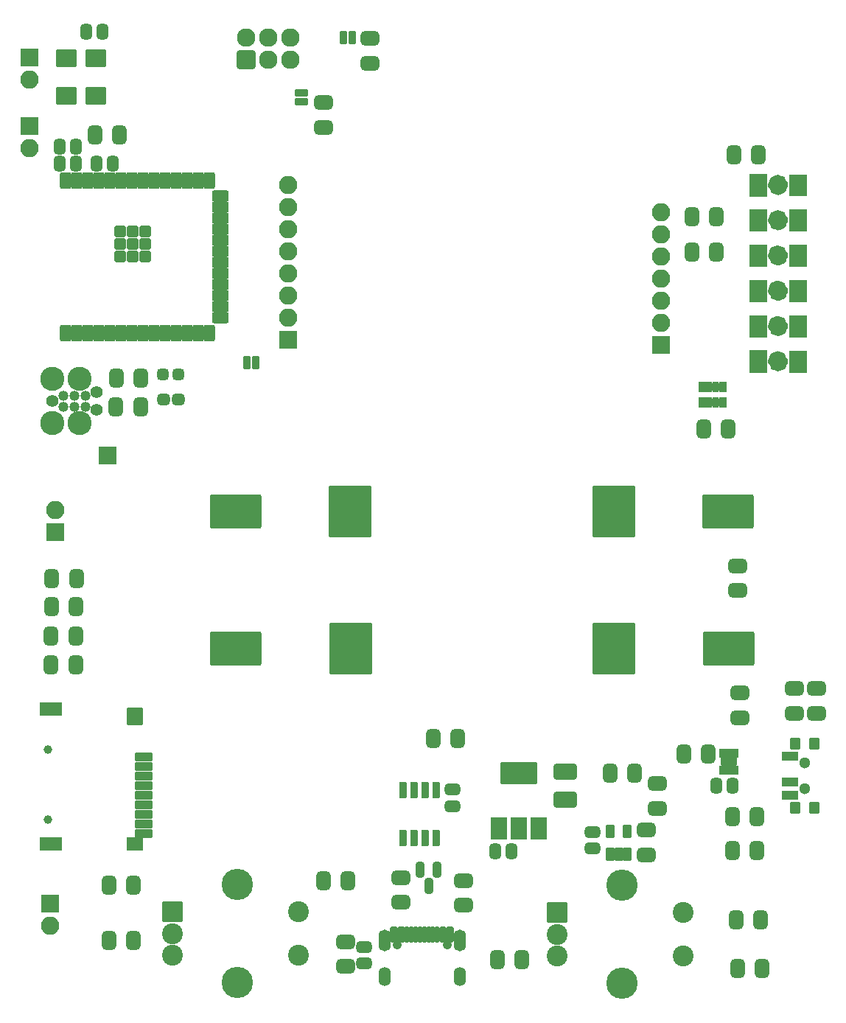
<source format=gbr>
%TF.GenerationSoftware,KiCad,Pcbnew,7.0.7*%
%TF.CreationDate,2023-11-04T20:56:19-05:00*%
%TF.ProjectId,ProjectNeoRogue,50726f6a-6563-4744-9e65-6f526f677565,v1*%
%TF.SameCoordinates,Original*%
%TF.FileFunction,Soldermask,Bot*%
%TF.FilePolarity,Negative*%
%FSLAX46Y46*%
G04 Gerber Fmt 4.6, Leading zero omitted, Abs format (unit mm)*
G04 Created by KiCad (PCBNEW 7.0.7) date 2023-11-04 20:56:19*
%MOMM*%
%LPD*%
G01*
G04 APERTURE LIST*
G04 Aperture macros list*
%AMRoundRect*
0 Rectangle with rounded corners*
0 $1 Rounding radius*
0 $2 $3 $4 $5 $6 $7 $8 $9 X,Y pos of 4 corners*
0 Add a 4 corners polygon primitive as box body*
4,1,4,$2,$3,$4,$5,$6,$7,$8,$9,$2,$3,0*
0 Add four circle primitives for the rounded corners*
1,1,$1+$1,$2,$3*
1,1,$1+$1,$4,$5*
1,1,$1+$1,$6,$7*
1,1,$1+$1,$8,$9*
0 Add four rect primitives between the rounded corners*
20,1,$1+$1,$2,$3,$4,$5,0*
20,1,$1+$1,$4,$5,$6,$7,0*
20,1,$1+$1,$6,$7,$8,$9,0*
20,1,$1+$1,$8,$9,$2,$3,0*%
G04 Aperture macros list end*
%ADD10C,1.152495*%
%ADD11C,0.100000*%
%ADD12RoundRect,0.101600X0.317500X0.635000X-0.317500X0.635000X-0.317500X-0.635000X0.317500X-0.635000X0*%
%ADD13RoundRect,0.350000X-0.150000X0.587500X-0.150000X-0.587500X0.150000X-0.587500X0.150000X0.587500X0*%
%ADD14O,2.127200X2.127200*%
%ADD15RoundRect,0.200000X-0.863600X0.863600X-0.863600X-0.863600X0.863600X-0.863600X0.863600X0.863600X0*%
%ADD16C,2.127200*%
%ADD17RoundRect,0.200000X0.850000X0.850000X-0.850000X0.850000X-0.850000X-0.850000X0.850000X-0.850000X0*%
%ADD18O,2.100000X2.100000*%
%ADD19RoundRect,0.200000X-1.000000X-1.000000X1.000000X-1.000000X1.000000X1.000000X-1.000000X1.000000X0*%
%ADD20C,2.400000*%
%ADD21C,3.600000*%
%ADD22RoundRect,0.450000X0.375000X0.625000X-0.375000X0.625000X-0.375000X-0.625000X0.375000X-0.625000X0*%
%ADD23RoundRect,0.200000X-0.850000X-0.850000X0.850000X-0.850000X0.850000X0.850000X-0.850000X0.850000X0*%
%ADD24RoundRect,0.101600X-0.635000X0.317500X-0.635000X-0.317500X0.635000X-0.317500X0.635000X0.317500X0*%
%ADD25C,2.774900*%
%ADD26C,1.390600*%
%ADD27C,1.187400*%
%ADD28RoundRect,0.443750X0.243750X0.456250X-0.243750X0.456250X-0.243750X-0.456250X0.243750X-0.456250X0*%
%ADD29R,1.930400X2.438400*%
%ADD30R,1.955800X2.463800*%
%ADD31RoundRect,0.450000X-0.375000X-0.625000X0.375000X-0.625000X0.375000X0.625000X-0.375000X0.625000X0*%
%ADD32RoundRect,0.200000X2.750000X1.750000X-2.750000X1.750000X-2.750000X-1.750000X2.750000X-1.750000X0*%
%ADD33RoundRect,0.200000X2.250000X2.750000X-2.250000X2.750000X-2.250000X-2.750000X2.250000X-2.750000X0*%
%ADD34C,1.000000*%
%ADD35RoundRect,0.200000X0.800000X-0.350000X0.800000X0.350000X-0.800000X0.350000X-0.800000X-0.350000X0*%
%ADD36RoundRect,0.200000X1.100000X-0.600000X1.100000X0.600000X-1.100000X0.600000X-1.100000X-0.600000X0*%
%ADD37RoundRect,0.200000X0.750000X-0.600000X0.750000X0.600000X-0.750000X0.600000X-0.750000X-0.600000X0*%
%ADD38RoundRect,0.200000X0.750000X-0.800000X0.750000X0.800000X-0.750000X0.800000X-0.750000X-0.800000X0*%
%ADD39RoundRect,0.450000X0.625000X-0.375000X0.625000X0.375000X-0.625000X0.375000X-0.625000X-0.375000X0*%
%ADD40RoundRect,0.443750X-0.243750X-0.456250X0.243750X-0.456250X0.243750X0.456250X-0.243750X0.456250X0*%
%ADD41RoundRect,0.450000X-0.625000X0.375000X-0.625000X-0.375000X0.625000X-0.375000X0.625000X0.375000X0*%
%ADD42RoundRect,0.443750X-0.456250X0.243750X-0.456250X-0.243750X0.456250X-0.243750X0.456250X0.243750X0*%
%ADD43RoundRect,0.437500X0.300000X0.237500X-0.300000X0.237500X-0.300000X-0.237500X0.300000X-0.237500X0*%
%ADD44RoundRect,0.200000X-0.250000X0.400000X-0.250000X-0.400000X0.250000X-0.400000X0.250000X0.400000X0*%
%ADD45RoundRect,0.200000X-0.200000X0.400000X-0.200000X-0.400000X0.200000X-0.400000X0.200000X0.400000X0*%
%ADD46RoundRect,0.200000X0.974000X0.850000X-0.974000X0.850000X-0.974000X-0.850000X0.974000X-0.850000X0*%
%ADD47RoundRect,0.200000X-0.450000X0.750000X-0.450000X-0.750000X0.450000X-0.750000X0.450000X0.750000X0*%
%ADD48RoundRect,0.200000X0.750000X0.450000X-0.750000X0.450000X-0.750000X-0.450000X0.750000X-0.450000X0*%
%ADD49RoundRect,0.200000X0.450000X-0.750000X0.450000X0.750000X-0.450000X0.750000X-0.450000X-0.750000X0*%
%ADD50RoundRect,0.200000X0.450000X-0.450000X0.450000X0.450000X-0.450000X0.450000X-0.450000X-0.450000X0*%
%ADD51RoundRect,0.070000X0.325000X0.875000X-0.325000X0.875000X-0.325000X-0.875000X0.325000X-0.875000X0*%
%ADD52RoundRect,0.437500X-0.250000X-0.237500X0.250000X-0.237500X0.250000X0.237500X-0.250000X0.237500X0*%
%ADD53RoundRect,0.443750X0.456250X-0.243750X0.456250X0.243750X-0.456250X0.243750X-0.456250X-0.243750X0*%
%ADD54RoundRect,0.200000X0.300000X0.600000X-0.300000X0.600000X-0.300000X-0.600000X0.300000X-0.600000X0*%
%ADD55RoundRect,0.450001X-0.924999X0.499999X-0.924999X-0.499999X0.924999X-0.499999X0.924999X0.499999X0*%
%ADD56RoundRect,0.200000X-0.400000X0.500000X-0.400000X-0.500000X0.400000X-0.500000X0.400000X0.500000X0*%
%ADD57C,1.300000*%
%ADD58RoundRect,0.200000X-0.750000X0.350000X-0.750000X-0.350000X0.750000X-0.350000X0.750000X0.350000X0*%
%ADD59RoundRect,0.200000X-0.974000X-0.850000X0.974000X-0.850000X0.974000X0.850000X-0.974000X0.850000X0*%
%ADD60C,1.050000*%
%ADD61RoundRect,0.200000X0.125000X0.700000X-0.125000X0.700000X-0.125000X-0.700000X0.125000X-0.700000X0*%
%ADD62O,1.400000X2.200000*%
%ADD63O,1.400000X2.500000*%
%ADD64RoundRect,0.200000X0.750000X1.100000X-0.750000X1.100000X-0.750000X-1.100000X0.750000X-1.100000X0*%
%ADD65RoundRect,0.200000X1.900000X1.100000X-1.900000X1.100000X-1.900000X-1.100000X1.900000X-1.100000X0*%
%ADD66RoundRect,0.200000X0.150000X-0.350000X0.150000X0.350000X-0.150000X0.350000X-0.150000X-0.350000X0*%
%ADD67RoundRect,0.200000X0.690000X-0.400000X0.690000X0.400000X-0.690000X0.400000X-0.690000X-0.400000X0*%
G04 APERTURE END LIST*
%TO.C,D8*%
D10*
X211528537Y-86200000D02*
G75*
G03*
X211528537Y-86200000I-576247J0D01*
G01*
D11*
X214203490Y-87419200D02*
X212273090Y-87419200D01*
X212273090Y-84980800D01*
X214203490Y-84980800D01*
X214203490Y-87419200D01*
G36*
X214203490Y-87419200D02*
G01*
X212273090Y-87419200D01*
X212273090Y-84980800D01*
X214203490Y-84980800D01*
X214203490Y-87419200D01*
G37*
X209631490Y-87444600D02*
X207650290Y-87444600D01*
X207650290Y-84955400D01*
X209631490Y-84955400D01*
X209631490Y-87444600D01*
G36*
X209631490Y-87444600D02*
G01*
X207650290Y-87444600D01*
X207650290Y-84955400D01*
X209631490Y-84955400D01*
X209631490Y-87444600D01*
G37*
%TO.C,D5*%
D10*
X211528537Y-74050000D02*
G75*
G03*
X211528537Y-74050000I-576247J0D01*
G01*
D11*
X214203490Y-75269200D02*
X212273090Y-75269200D01*
X212273090Y-72830800D01*
X214203490Y-72830800D01*
X214203490Y-75269200D01*
G36*
X214203490Y-75269200D02*
G01*
X212273090Y-75269200D01*
X212273090Y-72830800D01*
X214203490Y-72830800D01*
X214203490Y-75269200D01*
G37*
X209631490Y-75294600D02*
X207650290Y-75294600D01*
X207650290Y-72805400D01*
X209631490Y-72805400D01*
X209631490Y-75294600D01*
G36*
X209631490Y-75294600D02*
G01*
X207650290Y-75294600D01*
X207650290Y-72805400D01*
X209631490Y-72805400D01*
X209631490Y-75294600D01*
G37*
%TO.C,D2*%
D10*
X211528537Y-65950000D02*
G75*
G03*
X211528537Y-65950000I-576247J0D01*
G01*
D11*
X214203490Y-67169200D02*
X212273090Y-67169200D01*
X212273090Y-64730800D01*
X214203490Y-64730800D01*
X214203490Y-67169200D01*
G36*
X214203490Y-67169200D02*
G01*
X212273090Y-67169200D01*
X212273090Y-64730800D01*
X214203490Y-64730800D01*
X214203490Y-67169200D01*
G37*
X209631490Y-67194600D02*
X207650290Y-67194600D01*
X207650290Y-64705400D01*
X209631490Y-64705400D01*
X209631490Y-67194600D01*
G36*
X209631490Y-67194600D02*
G01*
X207650290Y-67194600D01*
X207650290Y-64705400D01*
X209631490Y-64705400D01*
X209631490Y-67194600D01*
G37*
%TO.C,D4*%
D10*
X211528537Y-70000000D02*
G75*
G03*
X211528537Y-70000000I-576247J0D01*
G01*
D11*
X214203490Y-71219200D02*
X212273090Y-71219200D01*
X212273090Y-68780800D01*
X214203490Y-68780800D01*
X214203490Y-71219200D01*
G36*
X214203490Y-71219200D02*
G01*
X212273090Y-71219200D01*
X212273090Y-68780800D01*
X214203490Y-68780800D01*
X214203490Y-71219200D01*
G37*
X209631490Y-71244600D02*
X207650290Y-71244600D01*
X207650290Y-68755400D01*
X209631490Y-68755400D01*
X209631490Y-71244600D01*
G36*
X209631490Y-71244600D02*
G01*
X207650290Y-71244600D01*
X207650290Y-68755400D01*
X209631490Y-68755400D01*
X209631490Y-71244600D01*
G37*
%TO.C,D6*%
D10*
X211528537Y-78100000D02*
G75*
G03*
X211528537Y-78100000I-576247J0D01*
G01*
D11*
X214203490Y-79319200D02*
X212273090Y-79319200D01*
X212273090Y-76880800D01*
X214203490Y-76880800D01*
X214203490Y-79319200D01*
G36*
X214203490Y-79319200D02*
G01*
X212273090Y-79319200D01*
X212273090Y-76880800D01*
X214203490Y-76880800D01*
X214203490Y-79319200D01*
G37*
X209631490Y-79344600D02*
X207650290Y-79344600D01*
X207650290Y-76855400D01*
X209631490Y-76855400D01*
X209631490Y-79344600D01*
G36*
X209631490Y-79344600D02*
G01*
X207650290Y-79344600D01*
X207650290Y-76855400D01*
X209631490Y-76855400D01*
X209631490Y-79344600D01*
G37*
%TO.C,D7*%
D10*
X211528537Y-82150000D02*
G75*
G03*
X211528537Y-82150000I-576247J0D01*
G01*
D11*
X214203490Y-83369200D02*
X212273090Y-83369200D01*
X212273090Y-80930800D01*
X214203490Y-80930800D01*
X214203490Y-83369200D01*
G36*
X214203490Y-83369200D02*
G01*
X212273090Y-83369200D01*
X212273090Y-80930800D01*
X214203490Y-80930800D01*
X214203490Y-83369200D01*
G37*
X209631490Y-83394600D02*
X207650290Y-83394600D01*
X207650290Y-80905400D01*
X209631490Y-80905400D01*
X209631490Y-83394600D01*
G36*
X209631490Y-83394600D02*
G01*
X207650290Y-83394600D01*
X207650290Y-80905400D01*
X209631490Y-80905400D01*
X209631490Y-83394600D01*
G37*
%TD*%
D12*
%TO.C,JP1*%
X150958000Y-86380000D03*
X149942000Y-86380000D03*
%TD*%
D13*
%TO.C,D19*%
X169860000Y-144581244D03*
X171760000Y-144581244D03*
X170810000Y-146456244D03*
%TD*%
D14*
%TO.C,X1*%
X149828604Y-48981396D03*
D15*
X149828604Y-51521396D03*
D14*
X152368604Y-48981396D03*
X152368604Y-51521396D03*
D16*
X154908604Y-48981396D03*
X154908604Y-51521396D03*
%TD*%
D17*
%TO.C,J7*%
X197540000Y-84320000D03*
D18*
X197540000Y-81780000D03*
X197540000Y-79240000D03*
X197540000Y-76700000D03*
X197540000Y-74160000D03*
X197540000Y-71620000D03*
X197540000Y-69080000D03*
%TD*%
D19*
%TO.C,SW9*%
X185560000Y-149520000D03*
D20*
X185560000Y-154520000D03*
X185560000Y-152020000D03*
D21*
X193060000Y-146420000D03*
X193060000Y-157620000D03*
D20*
X200060000Y-154520000D03*
X200060000Y-149520000D03*
%TD*%
D19*
%TO.C,SW10*%
X141380000Y-149440000D03*
D20*
X141380000Y-154440000D03*
X141380000Y-151940000D03*
D21*
X148880000Y-146340000D03*
X148880000Y-157540000D03*
D20*
X155880000Y-154440000D03*
X155880000Y-149440000D03*
%TD*%
D17*
%TO.C,J10*%
X133960000Y-96990000D03*
%TD*%
D22*
%TO.C,D3*%
X194440000Y-133477000D03*
X191640000Y-133477000D03*
%TD*%
D23*
%TO.C,J9*%
X154690000Y-83760000D03*
D18*
X154690000Y-81220000D03*
X154690000Y-78680000D03*
X154690000Y-76140000D03*
X154690000Y-73600000D03*
X154690000Y-71060000D03*
X154690000Y-68520000D03*
X154690000Y-65980000D03*
%TD*%
D24*
%TO.C,JP3*%
X156210000Y-55372000D03*
X156210000Y-56388000D03*
%TD*%
D22*
%TO.C,R23*%
X203838000Y-73660000D03*
X201038000Y-73660000D03*
%TD*%
D17*
%TO.C,J5*%
X124941000Y-51291000D03*
D18*
X124941000Y-53831000D03*
%TD*%
D25*
%TO.C,J3*%
X127561200Y-88253000D03*
D26*
X127561200Y-90793000D03*
D25*
X127561200Y-93333000D03*
X130736200Y-88253000D03*
X130736200Y-93333000D03*
D26*
X132641200Y-89777000D03*
X132641200Y-91809000D03*
D27*
X128831200Y-90158000D03*
X128831200Y-91428000D03*
X130101200Y-90158000D03*
X130101200Y-91428000D03*
X131371200Y-90158000D03*
X131371200Y-91428000D03*
%TD*%
D28*
%TO.C,C1*%
X133371500Y-48375000D03*
X131496500Y-48375000D03*
%TD*%
D22*
%TO.C,R19*%
X161540000Y-145920000D03*
X158740000Y-145920000D03*
%TD*%
D29*
%TO.C,D8*%
X213238290Y-86200000D03*
D30*
X208666290Y-86200000D03*
%TD*%
D31*
%TO.C,R1*%
X205768604Y-138545000D03*
X208568604Y-138545000D03*
%TD*%
D22*
%TO.C,R5*%
X130270000Y-114370000D03*
X127470000Y-114370000D03*
%TD*%
D31*
%TO.C,R15*%
X206300000Y-155930000D03*
X209100000Y-155930000D03*
%TD*%
D29*
%TO.C,D5*%
X213238290Y-74050000D03*
D30*
X208666290Y-74050000D03*
%TD*%
D12*
%TO.C,JP2*%
X162052000Y-49022000D03*
X161036000Y-49022000D03*
%TD*%
D32*
%TO.C,BT2*%
X205311000Y-119174800D03*
D33*
X192136000Y-119174800D03*
X161836000Y-119199800D03*
D32*
X148711000Y-119174800D03*
%TD*%
D34*
%TO.C,J2*%
X127050000Y-138820000D03*
X127050000Y-130820000D03*
D35*
X138050000Y-131620000D03*
X138050000Y-132720000D03*
X138050000Y-133820000D03*
X138050000Y-134920000D03*
X138050000Y-136020000D03*
X138050000Y-137120000D03*
X138050000Y-138220000D03*
X138050000Y-139320000D03*
X138050000Y-140420000D03*
D36*
X127450000Y-141620000D03*
D37*
X137050000Y-141620000D03*
D38*
X137050000Y-127020000D03*
D36*
X127450000Y-126120000D03*
%TD*%
D23*
%TO.C,J4*%
X127920000Y-105860000D03*
D18*
X127920000Y-103320000D03*
%TD*%
D17*
%TO.C,J1*%
X127320000Y-148480000D03*
D18*
X127320000Y-151020000D03*
%TD*%
D29*
%TO.C,D2*%
X213238290Y-65950000D03*
D30*
X208666290Y-65950000D03*
%TD*%
D22*
%TO.C,R22*%
X137760000Y-88140000D03*
X134960000Y-88140000D03*
%TD*%
D39*
%TO.C,R28*%
X215392000Y-126622000D03*
X215392000Y-123822000D03*
%TD*%
D40*
%TO.C,C9*%
X132632104Y-63460000D03*
X134507104Y-63460000D03*
%TD*%
D41*
%TO.C,R30*%
X158750000Y-56512000D03*
X158750000Y-59312000D03*
%TD*%
D42*
%TO.C,C2*%
X189611000Y-140286500D03*
X189611000Y-142161500D03*
%TD*%
D29*
%TO.C,D4*%
X213238290Y-70000000D03*
D30*
X208666290Y-70000000D03*
%TD*%
D22*
%TO.C,R12*%
X130260000Y-117810000D03*
X127460000Y-117810000D03*
%TD*%
%TO.C,R24*%
X137710000Y-91420000D03*
X134910000Y-91420000D03*
%TD*%
D43*
%TO.C,C11*%
X142055000Y-90630000D03*
X140330000Y-90630000D03*
%TD*%
D40*
%TO.C,C6*%
X178486500Y-142482000D03*
X180361500Y-142482000D03*
%TD*%
D31*
%TO.C,R25*%
X205862400Y-62472000D03*
X208662400Y-62472000D03*
%TD*%
D22*
%TO.C,R8*%
X181490000Y-154960140D03*
X178690000Y-154960140D03*
%TD*%
D41*
%TO.C,F2*%
X206348000Y-109713000D03*
X206348000Y-112513000D03*
%TD*%
%TO.C,R26*%
X212852000Y-123822000D03*
X212852000Y-126622000D03*
%TD*%
D44*
%TO.C,RN2*%
X202227000Y-89131000D03*
D45*
X203027000Y-89131000D03*
X203827000Y-89131000D03*
D44*
X204627000Y-89131000D03*
X204627000Y-90931000D03*
D45*
X203827000Y-90931000D03*
X203027000Y-90931000D03*
D44*
X202227000Y-90931000D03*
%TD*%
D46*
%TO.C,SW2*%
X132568604Y-55711396D03*
X129168604Y-55711396D03*
%TD*%
D39*
%TO.C,R11*%
X167613000Y-148327000D03*
X167613000Y-145527000D03*
%TD*%
%TO.C,R10*%
X174852000Y-148708000D03*
X174852000Y-145908000D03*
%TD*%
D47*
%TO.C,U2*%
X129098604Y-65475000D03*
X130368604Y-65475000D03*
X131638604Y-65475000D03*
X132908604Y-65475000D03*
X134178604Y-65475000D03*
X135448604Y-65475000D03*
X136718604Y-65475000D03*
X137988604Y-65475000D03*
X139258604Y-65475000D03*
X140528604Y-65475000D03*
X141798604Y-65475000D03*
X143068604Y-65475000D03*
X144338604Y-65475000D03*
X145608604Y-65475000D03*
D48*
X146858604Y-67240000D03*
X146858604Y-68510000D03*
X146858604Y-69780000D03*
X146858604Y-71050000D03*
X146858604Y-72320000D03*
X146858604Y-73590000D03*
X146858604Y-74860000D03*
X146858604Y-76130000D03*
X146858604Y-77400000D03*
X146858604Y-78670000D03*
X146858604Y-79940000D03*
X146858604Y-81210000D03*
D49*
X145608604Y-82975000D03*
X144338604Y-82975000D03*
X143068604Y-82975000D03*
X141798604Y-82975000D03*
X140528604Y-82975000D03*
X139258604Y-82975000D03*
X137988604Y-82975000D03*
X136718604Y-82975000D03*
X135448604Y-82975000D03*
X134178604Y-82975000D03*
X132908604Y-82975000D03*
X131638604Y-82975000D03*
X130368604Y-82975000D03*
X129098604Y-82975000D03*
D50*
X138218604Y-71325000D03*
X136818604Y-71325000D03*
X135418604Y-71325000D03*
X138218604Y-72725000D03*
X136818604Y-72725000D03*
X135418604Y-72725000D03*
X138218604Y-74125000D03*
X136818604Y-74125000D03*
X135418604Y-74125000D03*
%TD*%
D51*
%TO.C,U3*%
X171704000Y-140970000D03*
X170434000Y-140970000D03*
X169164000Y-140970000D03*
X167894000Y-140970000D03*
X167894000Y-135470000D03*
X169164000Y-135470000D03*
X170434000Y-135470000D03*
X171704000Y-135470000D03*
%TD*%
D28*
%TO.C,C4*%
X130316104Y-61555000D03*
X128441104Y-61555000D03*
%TD*%
D22*
%TO.C,R4*%
X135258000Y-60198000D03*
X132458000Y-60198000D03*
%TD*%
%TO.C,R6*%
X130340000Y-111190000D03*
X127540000Y-111190000D03*
%TD*%
D17*
%TO.C,J6*%
X124941000Y-59165000D03*
D18*
X124941000Y-61705000D03*
%TD*%
D22*
%TO.C,R18*%
X136870000Y-152750000D03*
X134070000Y-152750000D03*
%TD*%
D52*
%TO.C,R21*%
X140277500Y-87710000D03*
X142102500Y-87710000D03*
%TD*%
D22*
%TO.C,R16*%
X208930000Y-150400000D03*
X206130000Y-150400000D03*
%TD*%
%TO.C,R17*%
X136910000Y-146370000D03*
X134110000Y-146370000D03*
%TD*%
D53*
%TO.C,C8*%
X163422000Y-155357500D03*
X163422000Y-153482500D03*
%TD*%
D42*
%TO.C,C5*%
X173551600Y-135410056D03*
X173551600Y-137285056D03*
%TD*%
D29*
%TO.C,D6*%
X213238290Y-78100000D03*
D30*
X208666290Y-78100000D03*
%TD*%
D22*
%TO.C,R14*%
X174160000Y-129500000D03*
X171360000Y-129500000D03*
%TD*%
D31*
%TO.C,R20*%
X200122000Y-131306000D03*
X202922000Y-131306000D03*
%TD*%
%TO.C,R9*%
X202435000Y-93980000D03*
X205235000Y-93980000D03*
%TD*%
D41*
%TO.C,F1*%
X206602000Y-124330000D03*
X206602000Y-127130000D03*
%TD*%
D22*
%TO.C,R27*%
X203838000Y-69596000D03*
X201038000Y-69596000D03*
%TD*%
D54*
%TO.C,U1*%
X193615000Y-142839744D03*
X192665000Y-142839744D03*
X191715000Y-142839744D03*
X191715000Y-140239744D03*
X193615000Y-140239744D03*
%TD*%
D39*
%TO.C,R7*%
X161263000Y-155693000D03*
X161263000Y-152893000D03*
%TD*%
D55*
%TO.C,C7*%
X186484800Y-133321256D03*
X186484800Y-136571256D03*
%TD*%
D56*
%TO.C,SW1*%
X215168604Y-130161396D03*
X212958604Y-130161396D03*
D57*
X214068604Y-132311396D03*
X214068604Y-135311396D03*
D56*
X215168604Y-137461396D03*
X212958604Y-137461396D03*
D58*
X212308604Y-131561396D03*
X212308604Y-134561396D03*
X212308604Y-136061396D03*
%TD*%
D32*
%TO.C,BT1*%
X205240000Y-103450000D03*
D33*
X192065000Y-103450000D03*
X161765000Y-103475000D03*
D32*
X148640000Y-103450000D03*
%TD*%
D41*
%TO.C,R29*%
X164084000Y-49146000D03*
X164084000Y-51946000D03*
%TD*%
D28*
%TO.C,C3*%
X130316104Y-63460000D03*
X128441104Y-63460000D03*
%TD*%
D59*
%TO.C,SW3*%
X129168604Y-51391396D03*
X132568604Y-51391396D03*
%TD*%
D31*
%TO.C,D9*%
X205768604Y-142381396D03*
X208568604Y-142381396D03*
%TD*%
D22*
%TO.C,R13*%
X130260000Y-121100000D03*
X127460000Y-121100000D03*
%TD*%
D40*
%TO.C,C10*%
X203886500Y-134989000D03*
X205761500Y-134989000D03*
%TD*%
D29*
%TO.C,D7*%
X213238290Y-82150000D03*
D30*
X208666290Y-82150000D03*
%TD*%
D41*
%TO.C,R3*%
X197104000Y-134744000D03*
X197104000Y-137544000D03*
%TD*%
D60*
%TO.C,J8*%
X172950000Y-153230000D03*
X167170000Y-153230000D03*
D61*
X173385000Y-152030000D03*
X172585000Y-152030000D03*
X171310000Y-152030000D03*
X170310000Y-152030000D03*
X169810000Y-152030000D03*
X171810000Y-152030000D03*
X167535000Y-152030000D03*
X166735000Y-152030000D03*
X166985000Y-152030000D03*
X167785000Y-152030000D03*
X168310000Y-152030000D03*
X169310000Y-152030000D03*
X170810000Y-152030000D03*
X168810000Y-152030000D03*
X172335000Y-152030000D03*
X173135000Y-152030000D03*
D62*
X174380000Y-156880000D03*
D63*
X174380000Y-152730000D03*
D62*
X165740000Y-156880000D03*
D63*
X165740000Y-152730000D03*
%TD*%
D64*
%TO.C,U4*%
X183476600Y-139840800D03*
X181176600Y-139840800D03*
X178876600Y-139840800D03*
D65*
X181176600Y-133540800D03*
%TD*%
D41*
%TO.C,R2*%
X195834000Y-140078000D03*
X195834000Y-142878000D03*
%TD*%
D66*
%TO.C,U5*%
X206082000Y-133185000D03*
X205582000Y-133185000D03*
X205082000Y-133185000D03*
X204582000Y-133185000D03*
X204582000Y-131205000D03*
X205082000Y-131205000D03*
X205582000Y-131205000D03*
X206082000Y-131205000D03*
D67*
X205332000Y-132195000D03*
%TD*%
M02*

</source>
